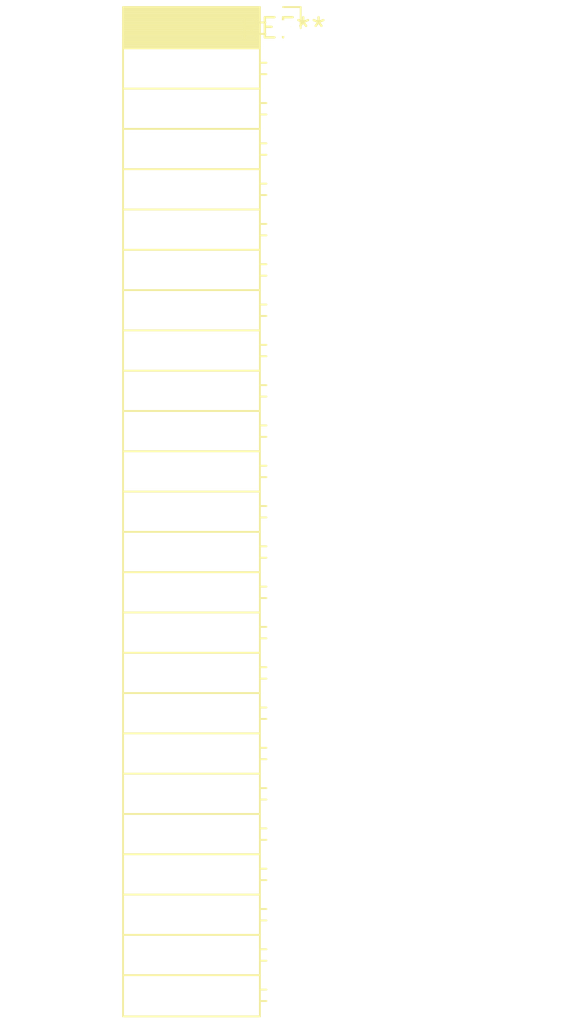
<source format=kicad_pcb>
(kicad_pcb (version 20240108) (generator pcbnew)
  (layers (0 "F.Cu" signal) (31 "B.Cu" signal) (34 "B.Paste" user) (35 "F.Paste" user) (36 "B.SilkS" user "B.Silkscreen") (37 "F.SilkS" user "F.Silkscreen") (38 "B.Mask" user) (39 "F.Mask" user) (44 "Edge.Cuts" user))
  (net 0 "")
  (footprint "PinSocket_1x25_P2.54mm_Horizontal" (layer "F.Cu") (at 0 0)
    (property "Reference" "REF**")
    (property "Value" "PinSocket_1x25_P2.54mm_Horizontal")
    (fp_line (start -10.09 -1.33) (end -10.09 62.29) (layer "F.SilkS") (stroke (width 0.12)))
    (fp_line (start -10.09 -1.33) (end -1.46 -1.33) (layer "F.SilkS") (stroke (width 0.12)))
    (fp_line (start -10.09 -1.21) (end -1.46 -1.21) (layer "F.SilkS") (stroke (width 0.12)))
    (fp_line (start -10.09 -1.091905) (end -1.46 -1.091905) (layer "F.SilkS") (stroke (width 0.12)))
    (fp_line (start -10.09 -0.97381) (end -1.46 -0.97381) (layer "F.SilkS") (stroke (width 0.12)))
    (fp_line (start -10.09 -0.855715) (end -1.46 -0.855715) (layer "F.SilkS") (stroke (width 0.12)))
    (fp_line (start -10.09 -0.73762) (end -1.46 -0.73762) (layer "F.SilkS") (stroke (width 0.12)))
    (fp_line (start -10.09 -0.619525) (end -1.46 -0.619525) (layer "F.SilkS") (stroke (width 0.12)))
    (fp_line (start -10.09 -0.50143) (end -1.46 -0.50143) (layer "F.SilkS") (stroke (width 0.12)))
    (fp_line (start -10.09 -0.383335) (end -1.46 -0.383335) (layer "F.SilkS") (stroke (width 0.12)))
    (fp_line (start -10.09 -0.26524) (end -1.46 -0.26524) (layer "F.SilkS") (stroke (width 0.12)))
    (fp_line (start -10.09 -0.147145) (end -1.46 -0.147145) (layer "F.SilkS") (stroke (width 0.12)))
    (fp_line (start -10.09 -0.02905) (end -1.46 -0.02905) (layer "F.SilkS") (stroke (width 0.12)))
    (fp_line (start -10.09 0.089045) (end -1.46 0.089045) (layer "F.SilkS") (stroke (width 0.12)))
    (fp_line (start -10.09 0.20714) (end -1.46 0.20714) (layer "F.SilkS") (stroke (width 0.12)))
    (fp_line (start -10.09 0.325235) (end -1.46 0.325235) (layer "F.SilkS") (stroke (width 0.12)))
    (fp_line (start -10.09 0.44333) (end -1.46 0.44333) (layer "F.SilkS") (stroke (width 0.12)))
    (fp_line (start -10.09 0.561425) (end -1.46 0.561425) (layer "F.SilkS") (stroke (width 0.12)))
    (fp_line (start -10.09 0.67952) (end -1.46 0.67952) (layer "F.SilkS") (stroke (width 0.12)))
    (fp_line (start -10.09 0.797615) (end -1.46 0.797615) (layer "F.SilkS") (stroke (width 0.12)))
    (fp_line (start -10.09 0.91571) (end -1.46 0.91571) (layer "F.SilkS") (stroke (width 0.12)))
    (fp_line (start -10.09 1.033805) (end -1.46 1.033805) (layer "F.SilkS") (stroke (width 0.12)))
    (fp_line (start -10.09 1.1519) (end -1.46 1.1519) (layer "F.SilkS") (stroke (width 0.12)))
    (fp_line (start -10.09 1.27) (end -1.46 1.27) (layer "F.SilkS") (stroke (width 0.12)))
    (fp_line (start -10.09 3.81) (end -1.46 3.81) (layer "F.SilkS") (stroke (width 0.12)))
    (fp_line (start -10.09 6.35) (end -1.46 6.35) (layer "F.SilkS") (stroke (width 0.12)))
    (fp_line (start -10.09 8.89) (end -1.46 8.89) (layer "F.SilkS") (stroke (width 0.12)))
    (fp_line (start -10.09 11.43) (end -1.46 11.43) (layer "F.SilkS") (stroke (width 0.12)))
    (fp_line (start -10.09 13.97) (end -1.46 13.97) (layer "F.SilkS") (stroke (width 0.12)))
    (fp_line (start -10.09 16.51) (end -1.46 16.51) (layer "F.SilkS") (stroke (width 0.12)))
    (fp_line (start -10.09 19.05) (end -1.46 19.05) (layer "F.SilkS") (stroke (width 0.12)))
    (fp_line (start -10.09 21.59) (end -1.46 21.59) (layer "F.SilkS") (stroke (width 0.12)))
    (fp_line (start -10.09 24.13) (end -1.46 24.13) (layer "F.SilkS") (stroke (width 0.12)))
    (fp_line (start -10.09 26.67) (end -1.46 26.67) (layer "F.SilkS") (stroke (width 0.12)))
    (fp_line (start -10.09 29.21) (end -1.46 29.21) (layer "F.SilkS") (stroke (width 0.12)))
    (fp_line (start -10.09 31.75) (end -1.46 31.75) (layer "F.SilkS") (stroke (width 0.12)))
    (fp_line (start -10.09 34.29) (end -1.46 34.29) (layer "F.SilkS") (stroke (width 0.12)))
    (fp_line (start -10.09 36.83) (end -1.46 36.83) (layer "F.SilkS") (stroke (width 0.12)))
    (fp_line (start -10.09 39.37) (end -1.46 39.37) (layer "F.SilkS") (stroke (width 0.12)))
    (fp_line (start -10.09 41.91) (end -1.46 41.91) (layer "F.SilkS") (stroke (width 0.12)))
    (fp_line (start -10.09 44.45) (end -1.46 44.45) (layer "F.SilkS") (stroke (width 0.12)))
    (fp_line (start -10.09 46.99) (end -1.46 46.99) (layer "F.SilkS") (stroke (width 0.12)))
    (fp_line (start -10.09 49.53) (end -1.46 49.53) (layer "F.SilkS") (stroke (width 0.12)))
    (fp_line (start -10.09 52.07) (end -1.46 52.07) (layer "F.SilkS") (stroke (width 0.12)))
    (fp_line (start -10.09 54.61) (end -1.46 54.61) (layer "F.SilkS") (stroke (width 0.12)))
    (fp_line (start -10.09 57.15) (end -1.46 57.15) (layer "F.SilkS") (stroke (width 0.12)))
    (fp_line (start -10.09 59.69) (end -1.46 59.69) (layer "F.SilkS") (stroke (width 0.12)))
    (fp_line (start -10.09 62.29) (end -1.46 62.29) (layer "F.SilkS") (stroke (width 0.12)))
    (fp_line (start -1.46 -1.33) (end -1.46 62.29) (layer "F.SilkS") (stroke (width 0.12)))
    (fp_line (start -1.46 -0.36) (end -1.11 -0.36) (layer "F.SilkS") (stroke (width 0.12)))
    (fp_line (start -1.46 0.36) (end -1.11 0.36) (layer "F.SilkS") (stroke (width 0.12)))
    (fp_line (start -1.46 2.18) (end -1.05 2.18) (layer "F.SilkS") (stroke (width 0.12)))
    (fp_line (start -1.46 2.9) (end -1.05 2.9) (layer "F.SilkS") (stroke (width 0.12)))
    (fp_line (start -1.46 4.72) (end -1.05 4.72) (layer "F.SilkS") (stroke (width 0.12)))
    (fp_line (start -1.46 5.44) (end -1.05 5.44) (layer "F.SilkS") (stroke (width 0.12)))
    (fp_line (start -1.46 7.26) (end -1.05 7.26) (layer "F.SilkS") (stroke (width 0.12)))
    (fp_line (start -1.46 7.98) (end -1.05 7.98) (layer "F.SilkS") (stroke (width 0.12)))
    (fp_line (start -1.46 9.8) (end -1.05 9.8) (layer "F.SilkS") (stroke (width 0.12)))
    (fp_line (start -1.46 10.52) (end -1.05 10.52) (layer "F.SilkS") (stroke (width 0.12)))
    (fp_line (start -1.46 12.34) (end -1.05 12.34) (layer "F.SilkS") (stroke (width 0.12)))
    (fp_line (start -1.46 13.06) (end -1.05 13.06) (layer "F.SilkS") (stroke (width 0.12)))
    (fp_line (start -1.46 14.88) (end -1.05 14.88) (layer "F.SilkS") (stroke (width 0.12)))
    (fp_line (start -1.46 15.6) (end -1.05 15.6) (layer "F.SilkS") (stroke (width 0.12)))
    (fp_line (start -1.46 17.42) (end -1.05 17.42) (layer "F.SilkS") (stroke (width 0.12)))
    (fp_line (start -1.46 18.14) (end -1.05 18.14) (layer "F.SilkS") (stroke (width 0.12)))
    (fp_line (start -1.46 19.96) (end -1.05 19.96) (layer "F.SilkS") (stroke (width 0.12)))
    (fp_line (start -1.46 20.68) (end -1.05 20.68) (layer "F.SilkS") (stroke (width 0.12)))
    (fp_line (start -1.46 22.5) (end -1.05 22.5) (layer "F.SilkS") (stroke (width 0.12)))
    (fp_line (start -1.46 23.22) (end -1.05 23.22) (layer "F.SilkS") (stroke (width 0.12)))
    (fp_line (start -1.46 25.04) (end -1.05 25.04) (layer "F.SilkS") (stroke (width 0.12)))
    (fp_line (start -1.46 25.76) (end -1.05 25.76) (layer "F.SilkS") (stroke (width 0.12)))
    (fp_line (start -1.46 27.58) (end -1.05 27.58) (layer "F.SilkS") (stroke (width 0.12)))
    (fp_line (start -1.46 28.3) (end -1.05 28.3) (layer "F.SilkS") (stroke (width 0.12)))
    (fp_line (start -1.46 30.12) (end -1.05 30.12) (layer "F.SilkS") (stroke (width 0.12)))
    (fp_line (start -1.46 30.84) (end -1.05 30.84) (layer "F.SilkS") (stroke (width 0.12)))
    (fp_line (start -1.46 32.66) (end -1.05 32.66) (layer "F.SilkS") (stroke (width 0.12)))
    (fp_line (start -1.46 33.38) (end -1.05 33.38) (layer "F.SilkS") (stroke (width 0.12)))
    (fp_line (start -1.46 35.2) (end -1.05 35.2) (layer "F.SilkS") (stroke (width 0.12)))
    (fp_line (start -1.46 35.92) (end -1.05 35.92) (layer "F.SilkS") (stroke (width 0.12)))
    (fp_line (start -1.46 37.74) (end -1.05 37.74) (layer "F.SilkS") (stroke (width 0.12)))
    (fp_line (start -1.46 38.46) (end -1.05 38.46) (layer "F.SilkS") (stroke (width 0.12)))
    (fp_line (start -1.46 40.28) (end -1.05 40.28) (layer "F.SilkS") (stroke (width 0.12)))
    (fp_line (start -1.46 41) (end -1.05 41) (layer "F.SilkS") (stroke (width 0.12)))
    (fp_line (start -1.46 42.82) (end -1.05 42.82) (layer "F.SilkS") (stroke (width 0.12)))
    (fp_line (start -1.46 43.54) (end -1.05 43.54) (layer "F.SilkS") (stroke (width 0.12)))
    (fp_line (start -1.46 45.36) (end -1.05 45.36) (layer "F.SilkS") (stroke (width 0.12)))
    (fp_line (start -1.46 46.08) (end -1.05 46.08) (layer "F.SilkS") (stroke (width 0.12)))
    (fp_line (start -1.46 47.9) (end -1.05 47.9) (layer "F.SilkS") (stroke (width 0.12)))
    (fp_line (start -1.46 48.62) (end -1.05 48.62) (layer "F.SilkS") (stroke (width 0.12)))
    (fp_line (start -1.46 50.44) (end -1.05 50.44) (layer "F.SilkS") (stroke (width 0.12)))
    (fp_line (start -1.46 51.16) (end -1.05 51.16) (layer "F.SilkS") (stroke (width 0.12)))
    (fp_line (start -1.46 52.98) (end -1.05 52.98) (layer "F.SilkS") (stroke (width 0.12)))
    (fp_line (start -1.46 53.7) (end -1.05 53.7) (layer "F.SilkS") (stroke (width 0.12)))
    (fp_line (start -1.46 55.52) (end -1.05 55.52) (layer "F.SilkS") (stroke (width 0.12)))
    (fp_line (start -1.46 56.24) (end -1.05 56.24) (layer "F.SilkS") (stroke (width 0.12)))
    (fp_line (start -1.46 58.06) (end -1.05 58.06) (layer "F.SilkS") (stroke (width 0.12)))
    (fp_line (start -1.46 58.78) (end -1.05 58.78) (layer "F.SilkS") (stroke (width 0.12)))
    (fp_line (start -1.46 60.6) (end -1.05 60.6) (layer "F.SilkS") (stroke (width 0.12)))
    (fp_line (start -1.46 61.32) (end -1.05 61.32) (layer "F.SilkS") (stroke (width 0.12)))
    (fp_line (start 0 -1.33) (end 1.11 -1.33) (layer "F.SilkS") (stroke (width 0.12)))
    (fp_line (start 1.11 -1.33) (end 1.11 0) (layer "F.SilkS") (stroke (width 0.12)))
    (pad "1" thru_hole rect (at 0 0) (size 1.7 1.7) (drill 1) (layers *.Cu *.Mask) (remove_unused_layers))
    (pad "2" thru_hole oval (at 0 2.54) (size 1.7 1.7) (drill 1) (layers *.Cu *.Mask) (remove_unused_layers))
    (pad "3" thru_hole oval (at 0 5.08) (size 1.7 1.7) (drill 1) (layers *.Cu *.Mask) (remove_unused_layers))
    (pad "4" thru_hole oval (at 0 7.62) (size 1.7 1.7) (drill 1) (layers *.Cu *.Mask) (remove_unused_layers))
    (pad "5" thru_hole oval (at 0 10.16) (size 1.7 1.7) (drill 1) (layers *.Cu *.Mask) (remove_unused_layers))
    (pad "6" thru_hole oval (at 0 12.7) (size 1.7 1.7) (drill 1) (layers *.Cu *.Mask) (remove_unused_layers))
    (pad "7" thru_hole oval (at 0 15.24) (size 1.7 1.7) (drill 1) (layers *.Cu *.Mask) (remove_unused_layers))
    (pad "8" thru_hole oval (at 0 17.78) (size 1.7 1.7) (drill 1) (layers *.Cu *.Mask) (remove_unused_layers))
    (pad "9" thru_hole oval (at 0 20.32) (size 1.7 1.7) (drill 1) (layers *.Cu *.Mask) (remove_unused_layers))
    (pad "10" thru_hole oval (at 0 22.86) (size 1.7 1.7) (drill 1) (layers *.Cu *.Mask) (remove_unused_layers))
    (pad "11" thru_hole oval (at 0 25.4) (size 1.7 1.7) (drill 1) (layers *.Cu *.Mask) (remove_unused_layers))
    (pad "12" thru_hole oval (at 0 27.94) (size 1.7 1.7) (drill 1) (layers *.Cu *.Mask) (remove_unused_layers))
    (pad "13" thru_hole oval (at 0 30.48) (size 1.7 1.7) (drill 1) (layers *.Cu *.Mask) (remove_unused_layers))
    (pad "14" thru_hole oval (at 0 33.02) (size 1.7 1.7) (drill 1) (layers *.Cu *.Mask) (remove_unused_layers))
    (pad "15" thru_hole oval (at 0 35.56) (size 1.7 1.7) (drill 1) (layers *.Cu *.Mask) (remove_unused_layers))
    (pad "16" thru_hole oval (at 0 38.1) (size 1.7 1.7) (drill 1) (layers *.Cu *.Mask) (remove_unused_layers))
    (pad "17" thru_hole oval (at 0 40.64) (size 1.7 1.7) (drill 1) (layers *.Cu *.Mask) (remove_unused_layers))
    (pad "18" thru_hole oval (at 0 43.18) (size 1.7 1.7) (drill 1) (layers *.Cu *.Mask) (remove_unused_layers))
    (pad "19" thru_hole oval (at 0 45.72) (size 1.7 1.7) (drill 1) (layers *.Cu *.Mask) (remove_unused_layers))
    (pad "20" thru_hole oval (at 0 48.26) (size 1.7 1.7) (drill 1) (layers *.Cu *.Mask) (remove_unused_layers))
    (pad "21" thru_hole oval (at 0 50.8) (size 1.7 1.7) (drill 1) (layers *.Cu *.Mask) (remove_unused_layers))
    (pad "22" thru_hole oval (at 0 53.34) (size 1.7 1.7) (drill 1) (layers *.Cu *.Mask) (remove_unused_layers))
    (pad "23" thru_hole oval (at 0 55.88) (size 1.7 1.7) (drill 1) (layers *.Cu *.Mask) (remove_unused_layers))
    (pad "24" thru_hole oval (at 0 58.42) (size 1.7 1.7) (drill 1) (layers *.Cu *.Mask) (remove_unused_layers))
    (pad "25" thru_hole oval (at 0 60.96) (size 1.7 1.7) (drill 1) (layers *.Cu *.Mask) (remove_unused_layers))
  )
)
</source>
